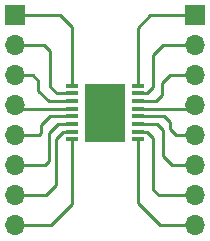
<source format=gbr>
G04 #@! TF.GenerationSoftware,KiCad,Pcbnew,(5.0.0)*
G04 #@! TF.CreationDate,2020-02-18T16:56:27+01:00*
G04 #@! TF.ProjectId,Test multiplexeur analogique,54657374206D756C7469706C65786575,rev?*
G04 #@! TF.SameCoordinates,Original*
G04 #@! TF.FileFunction,Copper,L1,Top,Signal*
G04 #@! TF.FilePolarity,Positive*
%FSLAX46Y46*%
G04 Gerber Fmt 4.6, Leading zero omitted, Abs format (unit mm)*
G04 Created by KiCad (PCBNEW (5.0.0)) date 02/18/20 16:56:27*
%MOMM*%
%LPD*%
G01*
G04 APERTURE LIST*
G04 #@! TA.AperFunction,ComponentPad*
%ADD10O,1.700000X1.700000*%
G04 #@! TD*
G04 #@! TA.AperFunction,ComponentPad*
%ADD11R,1.700000X1.700000*%
G04 #@! TD*
G04 #@! TA.AperFunction,SMDPad,CuDef*
%ADD12R,3.400000X5.000000*%
G04 #@! TD*
G04 #@! TA.AperFunction,SMDPad,CuDef*
%ADD13R,1.050000X0.450000*%
G04 #@! TD*
G04 #@! TA.AperFunction,Conductor*
%ADD14C,0.250000*%
G04 #@! TD*
G04 APERTURE END LIST*
D10*
G04 #@! TO.P,J1,8*
G04 #@! TO.N,Net-(J1-Pad8)*
X152400000Y-99060000D03*
G04 #@! TO.P,J1,7*
G04 #@! TO.N,Net-(J1-Pad7)*
X152400000Y-96520000D03*
G04 #@! TO.P,J1,6*
G04 #@! TO.N,Net-(J1-Pad6)*
X152400000Y-93980000D03*
G04 #@! TO.P,J1,5*
G04 #@! TO.N,Net-(J1-Pad5)*
X152400000Y-91440000D03*
G04 #@! TO.P,J1,4*
G04 #@! TO.N,Net-(J1-Pad4)*
X152400000Y-88900000D03*
G04 #@! TO.P,J1,3*
G04 #@! TO.N,Net-(J1-Pad3)*
X152400000Y-86360000D03*
G04 #@! TO.P,J1,2*
G04 #@! TO.N,Net-(J1-Pad2)*
X152400000Y-83820000D03*
D11*
G04 #@! TO.P,J1,1*
G04 #@! TO.N,Net-(J1-Pad1)*
X152400000Y-81280000D03*
G04 #@! TD*
G04 #@! TO.P,J2,1*
G04 #@! TO.N,Net-(J2-Pad1)*
X167640000Y-81280000D03*
D10*
G04 #@! TO.P,J2,2*
G04 #@! TO.N,Net-(J2-Pad2)*
X167640000Y-83820000D03*
G04 #@! TO.P,J2,3*
G04 #@! TO.N,Net-(J2-Pad3)*
X167640000Y-86360000D03*
G04 #@! TO.P,J2,4*
G04 #@! TO.N,Net-(J2-Pad4)*
X167640000Y-88900000D03*
G04 #@! TO.P,J2,5*
G04 #@! TO.N,Net-(J2-Pad5)*
X167640000Y-91440000D03*
G04 #@! TO.P,J2,6*
G04 #@! TO.N,Net-(J2-Pad6)*
X167640000Y-93980000D03*
G04 #@! TO.P,J2,7*
G04 #@! TO.N,Net-(J2-Pad7)*
X167640000Y-96520000D03*
G04 #@! TO.P,J2,8*
G04 #@! TO.N,Net-(J2-Pad8)*
X167640000Y-99060000D03*
G04 #@! TD*
D12*
G04 #@! TO.P,U1,17*
G04 #@! TO.N,N/C*
X160020000Y-89525000D03*
D13*
G04 #@! TO.P,U1,16*
G04 #@! TO.N,Net-(J2-Pad1)*
X162795000Y-87250000D03*
G04 #@! TO.P,U1,15*
G04 #@! TO.N,Net-(J2-Pad2)*
X162795000Y-87900000D03*
G04 #@! TO.P,U1,14*
G04 #@! TO.N,Net-(J2-Pad3)*
X162795000Y-88550000D03*
G04 #@! TO.P,U1,13*
G04 #@! TO.N,Net-(J2-Pad4)*
X162795000Y-89200000D03*
G04 #@! TO.P,U1,12*
G04 #@! TO.N,Net-(J2-Pad5)*
X162795000Y-89850000D03*
G04 #@! TO.P,U1,11*
G04 #@! TO.N,Net-(J2-Pad6)*
X162795000Y-90500000D03*
G04 #@! TO.P,U1,10*
G04 #@! TO.N,Net-(J2-Pad7)*
X162795000Y-91150000D03*
G04 #@! TO.P,U1,9*
G04 #@! TO.N,Net-(J2-Pad8)*
X162795000Y-91800000D03*
G04 #@! TO.P,U1,8*
G04 #@! TO.N,Net-(J1-Pad8)*
X157245000Y-91800000D03*
G04 #@! TO.P,U1,7*
G04 #@! TO.N,Net-(J1-Pad7)*
X157245000Y-91150000D03*
G04 #@! TO.P,U1,6*
G04 #@! TO.N,Net-(J1-Pad6)*
X157245000Y-90500000D03*
G04 #@! TO.P,U1,5*
G04 #@! TO.N,Net-(J1-Pad5)*
X157245000Y-89850000D03*
G04 #@! TO.P,U1,4*
G04 #@! TO.N,Net-(J1-Pad4)*
X157245000Y-89200000D03*
G04 #@! TO.P,U1,3*
G04 #@! TO.N,Net-(J1-Pad3)*
X157245000Y-88550000D03*
G04 #@! TO.P,U1,2*
G04 #@! TO.N,Net-(J1-Pad2)*
X157245000Y-87900000D03*
G04 #@! TO.P,U1,1*
G04 #@! TO.N,Net-(J1-Pad1)*
X157245000Y-87250000D03*
G04 #@! TD*
D14*
G04 #@! TO.N,Net-(J1-Pad1)*
X152400000Y-81280000D02*
X156210000Y-81280000D01*
X157245000Y-82315000D02*
X157245000Y-87250000D01*
X156210000Y-81280000D02*
X157245000Y-82315000D01*
G04 #@! TO.N,Net-(J1-Pad2)*
X157245000Y-87900000D02*
X155930000Y-87900000D01*
X155930000Y-87900000D02*
X155370000Y-87340000D01*
X155370000Y-87340000D02*
X155370000Y-84330000D01*
X154860000Y-83820000D02*
X152400000Y-83820000D01*
X155370000Y-84330000D02*
X154860000Y-83820000D01*
G04 #@! TO.N,Net-(J1-Pad3)*
X157245000Y-88550000D02*
X155250000Y-88550000D01*
X155250000Y-88550000D02*
X154380000Y-87680000D01*
X154380000Y-87680000D02*
X154380000Y-86850000D01*
X153890000Y-86360000D02*
X152400000Y-86360000D01*
X154380000Y-86850000D02*
X153890000Y-86360000D01*
G04 #@! TO.N,Net-(J1-Pad4)*
X152700000Y-89200000D02*
X152400000Y-88900000D01*
X157245000Y-89200000D02*
X152700000Y-89200000D01*
G04 #@! TO.N,Net-(J1-Pad5)*
X157245000Y-89850000D02*
X155340000Y-89850000D01*
X155340000Y-89850000D02*
X154610000Y-90580000D01*
X154610000Y-90580000D02*
X154610000Y-91220000D01*
X154390000Y-91440000D02*
X152400000Y-91440000D01*
X154610000Y-91220000D02*
X154390000Y-91440000D01*
G04 #@! TO.N,Net-(J1-Pad6)*
X157245000Y-90500000D02*
X156000000Y-90500000D01*
X156000000Y-90500000D02*
X155250000Y-91250000D01*
X155250000Y-91250000D02*
X155250000Y-93650000D01*
X154920000Y-93980000D02*
X152400000Y-93980000D01*
X155250000Y-93650000D02*
X154920000Y-93980000D01*
G04 #@! TO.N,Net-(J1-Pad7)*
X155010000Y-96520000D02*
X152400000Y-96520000D01*
X155900000Y-95630000D02*
X155010000Y-96520000D01*
X155900000Y-91720000D02*
X155900000Y-95630000D01*
X157245000Y-91150000D02*
X156470000Y-91150000D01*
X156470000Y-91150000D02*
X155900000Y-91720000D01*
G04 #@! TO.N,Net-(J1-Pad8)*
X152400000Y-99060000D02*
X155480000Y-99060000D01*
X157245000Y-97295000D02*
X157245000Y-91800000D01*
X155480000Y-99060000D02*
X157245000Y-97295000D01*
G04 #@! TO.N,Net-(J2-Pad8)*
X167640000Y-99060000D02*
X164710000Y-99060000D01*
X162795000Y-97145000D02*
X162795000Y-91800000D01*
X164710000Y-99060000D02*
X162795000Y-97145000D01*
G04 #@! TO.N,Net-(J2-Pad7)*
X163570000Y-91150000D02*
X164120000Y-91700000D01*
X162795000Y-91150000D02*
X163570000Y-91150000D01*
X164120000Y-91700000D02*
X164120000Y-96070000D01*
X164570000Y-96520000D02*
X167640000Y-96520000D01*
X164120000Y-96070000D02*
X164570000Y-96520000D01*
G04 #@! TO.N,Net-(J2-Pad6)*
X162795000Y-90500000D02*
X164430000Y-90500000D01*
X164430000Y-90500000D02*
X164890000Y-90960000D01*
X164890000Y-90960000D02*
X164890000Y-93180000D01*
X165690000Y-93980000D02*
X167640000Y-93980000D01*
X164890000Y-93180000D02*
X165690000Y-93980000D01*
G04 #@! TO.N,Net-(J2-Pad5)*
X162795000Y-89850000D02*
X165020000Y-89850000D01*
X165020000Y-89850000D02*
X165500000Y-90330000D01*
X165500000Y-90330000D02*
X165500000Y-90890000D01*
X166050000Y-91440000D02*
X167640000Y-91440000D01*
X165500000Y-90890000D02*
X166050000Y-91440000D01*
G04 #@! TO.N,Net-(J2-Pad4)*
X167340000Y-89200000D02*
X167640000Y-88900000D01*
X162795000Y-89200000D02*
X167340000Y-89200000D01*
G04 #@! TO.N,Net-(J2-Pad3)*
X162795000Y-88550000D02*
X164320000Y-88550000D01*
X164320000Y-88550000D02*
X164870000Y-88000000D01*
X164870000Y-88000000D02*
X164870000Y-87000000D01*
X165510000Y-86360000D02*
X167640000Y-86360000D01*
X164870000Y-87000000D02*
X165510000Y-86360000D01*
G04 #@! TO.N,Net-(J2-Pad2)*
X163570000Y-87900000D02*
X164120000Y-87350000D01*
X162795000Y-87900000D02*
X163570000Y-87900000D01*
X164120000Y-87350000D02*
X164120000Y-84630000D01*
X164930000Y-83820000D02*
X167640000Y-83820000D01*
X164120000Y-84630000D02*
X164930000Y-83820000D01*
G04 #@! TO.N,Net-(J2-Pad1)*
X167640000Y-81280000D02*
X163850000Y-81280000D01*
X162795000Y-82335000D02*
X162795000Y-87250000D01*
X163850000Y-81280000D02*
X162795000Y-82335000D01*
G04 #@! TD*
M02*

</source>
